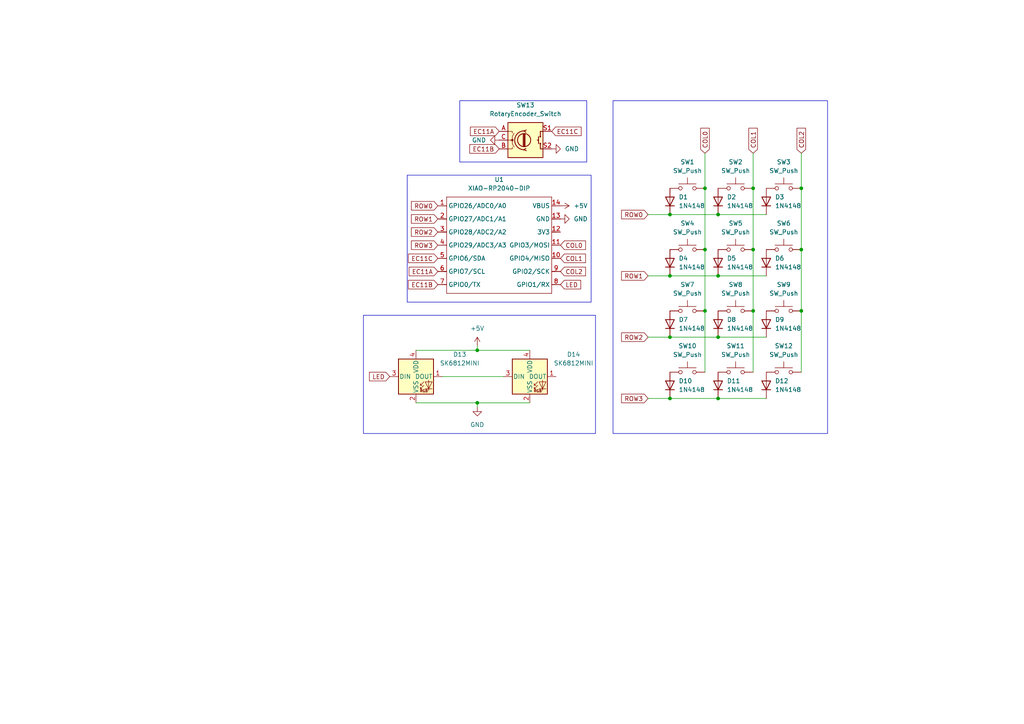
<source format=kicad_sch>
(kicad_sch (version 20250114) (generator "eeschema") (generator_version "9.0")
  (paper "A4")
  (title_block (title "Lewie's MacroPad"))
  (lib_symbols
    (symbol "Device:RotaryEncoder_Switch" (pin_names (offset 0.254) (hide yes))
      (property "Reference" "SW" (at 0 6.604 0))
      (property "Value" "RotaryEncoder_Switch" (at 0 -6.604 0))
      (symbol "RotaryEncoder_Switch_0_1"
        (rectangle (start -5.08 5.08) (end 5.08 -5.08) (stroke (width 0.254)) (fill (type background)))
        (polyline (pts (xy -5.08 2.54) (xy -3.81 2.54) (xy -3.81 2.032)))
        (polyline (pts (xy -5.08 0) (xy -3.81 0) (xy -3.81 -1.016) (xy -3.302 -2.032)))
        (polyline (pts (xy -5.08 -2.54) (xy -3.81 -2.54) (xy -3.81 -2.032)))
        (polyline (pts (xy -4.318 0) (xy -3.81 0) (xy -3.81 1.016) (xy -3.302 2.032)))
        (circle (center -3.81 0) (radius 0.254) (fill (type outline)))
        (polyline (pts (xy -0.635 -1.778) (xy -0.635 1.778)) (stroke (width 0.254)))
        (circle (center -0.381 0) (radius 1.905) (stroke (width 0.254)))
        (polyline (pts (xy -0.381 -1.778) (xy -0.381 1.778)) (stroke (width 0.254)))
        (arc (start -0.381 -2.794) (mid -3.0988 -0.0635) (end -0.381 2.667) (stroke (width 0.254)))
        (polyline (pts (xy -0.127 1.778) (xy -0.127 -1.778)) (stroke (width 0.254)))
        (polyline (pts (xy 0.254 2.921) (xy -0.508 2.667) (xy 0.127 2.286)) (stroke (width 0.254)))
        (polyline (pts (xy 0.254 -3.048) (xy -0.508 -2.794) (xy 0.127 -2.413)) (stroke (width 0.254)))
        (polyline (pts (xy 3.81 1.016) (xy 3.81 -1.016)) (stroke (width 0.254)))
        (polyline (pts (xy 3.81 0) (xy 3.429 0)) (stroke (width 0.254)))
        (circle (center 4.318 1.016) (radius 0.127) (stroke (width 0.254)))
        (circle (center 4.318 -1.016) (radius 0.127) (stroke (width 0.254)))
        (polyline (pts (xy 5.08 2.54) (xy 4.318 2.54) (xy 4.318 1.016)) (stroke (width 0.254)))
        (polyline (pts (xy 5.08 -2.54) (xy 4.318 -2.54) (xy 4.318 -1.016)) (stroke (width 0.254)))
      )
      (symbol "RotaryEncoder_Switch_1_1"
        (pin passive line (at -7.62 2.54 0) (length 2.54) (name "A") (number "A"))
        (pin passive line (at -7.62 0 0) (length 2.54) (name "C") (number "C"))
        (pin passive line (at -7.62 -2.54 0) (length 2.54) (name "B") (number "B"))
        (pin passive line (at 7.62 2.54 180) (length 2.54) (name "S1") (number "S1"))
        (pin passive line (at 7.62 -2.54 180) (length 2.54) (name "S2") (number "S2"))
      )
    )
    (symbol "Diode:1N4148" (pin_numbers (hide yes)) (pin_names (hide yes))
      (property "Reference" "D" (at 0 2.54 0))
      (property "Value" "1N4148" (at 0 -2.54 0))
      (symbol "1N4148_0_1"
        (polyline (pts (xy -1.27 1.27) (xy -1.27 -1.27)) (stroke (width 0.254)))
        (polyline (pts (xy 1.27 1.27) (xy 1.27 -1.27) (xy -1.27 0) (xy 1.27 1.27)) (stroke (width 0.254)))
        (polyline (pts (xy 1.27 0) (xy -1.27 0)))
      )
      (symbol "1N4148_1_1"
        (pin passive line (at -3.81 0 0) (length 2.54) (name "K") (number "1"))
        (pin passive line (at 3.81 0 180) (length 2.54) (name "A") (number "2"))
      )
    )
    (symbol "LED:SK6812MINI" (pin_names (offset 0.254))
      (property "Reference" "D" (at 5.08 5.715 0))
      (property "Value" "SK6812MINI" (at 1.27 -5.715 0))
      (symbol "SK6812MINI_0_0"
        (text "RGB" (at 2.286 -4.191 0) (effects (font (size 0.762 0.762))))
      )
      (symbol "SK6812MINI_0_1"
        (polyline (pts (xy 1.27 -2.54) (xy 1.778 -2.54)))
        (polyline (pts (xy 1.27 -3.556) (xy 1.778 -3.556)))
        (polyline (pts (xy 2.286 -1.524) (xy 1.27 -2.54) (xy 1.27 -2.032)))
        (polyline (pts (xy 2.286 -2.54) (xy 1.27 -3.556) (xy 1.27 -3.048)))
        (polyline (pts (xy 3.683 -1.016) (xy 3.683 -3.556) (xy 3.683 -4.064)))
        (polyline (pts (xy 4.699 -1.524) (xy 2.667 -1.524) (xy 3.683 -3.556) (xy 4.699 -1.524)))
        (polyline (pts (xy 4.699 -3.556) (xy 2.667 -3.556)))
        (rectangle (start 5.08 5.08) (end -5.08 -5.08) (stroke (width 0.254)) (fill (type background)))
      )
      (symbol "SK6812MINI_1_1"
        (pin input line (at -7.62 0 0) (length 2.54) (name "DIN") (number "3"))
        (pin power_in line (at 0 7.62 270) (length 2.54) (name "VDD") (number "4"))
        (pin power_in line (at 0 -7.62 90) (length 2.54) (name "VSS") (number "2"))
        (pin output line (at 7.62 0 180) (length 2.54) (name "DOUT") (number "1"))
      )
    )
    (symbol "Seeed_Studio_XIAO_Series:XIAO-RP2040-DIP"
      (property "Reference" "U" (at 0 0 0))
      (property "Value" "XIAO-RP2040-DIP" (at 5.334 -1.778 0))
      (symbol "XIAO-RP2040-DIP_1_0"
        (polyline (pts (xy -1.27 -2.54) (xy 29.21 -2.54)) (stroke (width 0.1524)))
        (polyline (pts (xy -1.27 -5.08) (xy -2.54 -5.08)) (stroke (width 0.1524)))
        (polyline (pts (xy -1.27 -5.08) (xy -1.27 -2.54)) (stroke (width 0.1524)))
        (polyline (pts (xy -1.27 -8.89) (xy -2.54 -8.89)) (stroke (width 0.1524)))
        (polyline (pts (xy -1.27 -8.89) (xy -1.27 -5.08)) (stroke (width 0.1524)))
        (polyline (pts (xy -1.27 -12.7) (xy -2.54 -12.7)) (stroke (width 0.1524)))
        (polyline (pts (xy -1.27 -12.7) (xy -1.27 -8.89)) (stroke (width 0.1524)))
        (polyline (pts (xy -1.27 -16.51) (xy -2.54 -16.51)) (stroke (width 0.1524)))
        (polyline (pts (xy -1.27 -16.51) (xy -1.27 -12.7)) (stroke (width 0.1524)))
        (polyline (pts (xy -1.27 -20.32) (xy -2.54 -20.32)) (stroke (width 0.1524)))
        (polyline (pts (xy -1.27 -24.13) (xy -2.54 -24.13)) (stroke (width 0.1524)))
        (polyline (pts (xy -1.27 -27.94) (xy -2.54 -27.94)) (stroke (width 0.1524)))
        (polyline (pts (xy -1.27 -30.48) (xy -1.27 -16.51)) (stroke (width 0.1524)))
        (polyline (pts (xy 29.21 -2.54) (xy 29.21 -5.08)) (stroke (width 0.1524)))
        (polyline (pts (xy 29.21 -5.08) (xy 29.21 -8.89)) (stroke (width 0.1524)))
        (polyline (pts (xy 29.21 -8.89) (xy 29.21 -12.7)) (stroke (width 0.1524)))
        (polyline (pts (xy 29.21 -12.7) (xy 29.21 -30.48)) (stroke (width 0.1524)))
        (polyline (pts (xy 29.21 -30.48) (xy -1.27 -30.48)) (stroke (width 0.1524)))
        (polyline (pts (xy 30.48 -5.08) (xy 29.21 -5.08)) (stroke (width 0.1524)))
        (polyline (pts (xy 30.48 -8.89) (xy 29.21 -8.89)) (stroke (width 0.1524)))
        (polyline (pts (xy 30.48 -12.7) (xy 29.21 -12.7)) (stroke (width 0.1524)))
        (polyline (pts (xy 30.48 -16.51) (xy 29.21 -16.51)) (stroke (width 0.1524)))
        (polyline (pts (xy 30.48 -20.32) (xy 29.21 -20.32)) (stroke (width 0.1524)))
        (polyline (pts (xy 30.48 -24.13) (xy 29.21 -24.13)) (stroke (width 0.1524)))
        (polyline (pts (xy 30.48 -27.94) (xy 29.21 -27.94)) (stroke (width 0.1524)))
        (pin passive line (at -3.81 -5.08 0) (length 2.54) (name "GPIO26/ADC0/A0") (number "1"))
        (pin passive line (at -3.81 -8.89 0) (length 2.54) (name "GPIO27/ADC1/A1") (number "2"))
        (pin passive line (at -3.81 -12.7 0) (length 2.54) (name "GPIO28/ADC2/A2") (number "3"))
        (pin passive line (at -3.81 -16.51 0) (length 2.54) (name "GPIO29/ADC3/A3") (number "4"))
        (pin passive line (at -3.81 -20.32 0) (length 2.54) (name "GPIO6/SDA") (number "5"))
        (pin passive line (at -3.81 -24.13 0) (length 2.54) (name "GPIO7/SCL") (number "6"))
        (pin passive line (at -3.81 -27.94 0) (length 2.54) (name "GPIO0/TX") (number "7"))
        (pin passive line (at 31.75 -5.08 180) (length 2.54) (name "VBUS") (number "14"))
        (pin passive line (at 31.75 -8.89 180) (length 2.54) (name "GND") (number "13"))
        (pin passive line (at 31.75 -12.7 180) (length 2.54) (name "3V3") (number "12"))
        (pin passive line (at 31.75 -16.51 180) (length 2.54) (name "GPIO3/MOSI") (number "11"))
        (pin passive line (at 31.75 -20.32 180) (length 2.54) (name "GPIO4/MISO") (number "10"))
        (pin passive line (at 31.75 -24.13 180) (length 2.54) (name "GPIO2/SCK") (number "9"))
        (pin passive line (at 31.75 -27.94 180) (length 2.54) (name "GPIO1/RX") (number "8"))
      )
    )
    (symbol "Switch:SW_Push" (pin_numbers (hide yes)) (pin_names (offset 1.016) (hide yes))
      (property "Reference" "SW" (at 1.27 2.54 0))
      (property "Value" "SW_Push" (at 0 -1.524 0))
      (symbol "SW_Push_0_1"
        (circle (center -2.032 0) (radius 0.508))
        (polyline (pts (xy 0 1.27) (xy 0 3.048)))
        (circle (center 2.032 0) (radius 0.508))
        (polyline (pts (xy 2.54 1.27) (xy -2.54 1.27)))
        (pin passive line (at -5.08 0 0) (length 2.54) (name "1") (number "1"))
        (pin passive line (at 5.08 0 180) (length 2.54) (name "2") (number "2"))
      )
    )
    (symbol "power:+5V" (power) (pin_numbers (hide yes)) (pin_names (offset 0) (hide yes))
      (property "Value" "+5V" (at 0 3.556 0))
      (symbol "+5V_0_1"
        (polyline (pts (xy -0.762 1.27) (xy 0 2.54)))
        (polyline (pts (xy 0 2.54) (xy 0.762 1.27)))
        (polyline (pts (xy 0 0) (xy 0 2.54)))
      )
      (symbol "+5V_1_1"
        (pin power_in line (at 0 0 90) (length 0) (name "~") (number "1"))
      )
    )
    (symbol "power:GND" (power) (pin_numbers (hide yes)) (pin_names (offset 0) (hide yes))
      (property "Value" "GND" (at 0 -3.81 0))
      (symbol "GND_0_1"
        (polyline (pts (xy 0 0) (xy 0 -1.27) (xy 1.27 -1.27) (xy 0 -2.54) (xy -1.27 -1.27) (xy 0 -1.27)))
      )
      (symbol "GND_1_1"
        (pin power_in line (at 0 0 270) (length 0) (name "~") (number "1"))
      )
    )
  )
  (rectangle (start 118.11 50.8) (end 171.45 87.63))
  (rectangle (start 105.41 91.44) (end 172.72 125.73))
  (rectangle (start 177.8 29.21) (end 240.03 125.73))
  (rectangle (start 133.35 29.21) (end 170.18 46.99))
  (junction (at 208.28 97.79))
  (junction (at 232.41 72.39))
  (junction (at 194.31 115.57))
  (junction (at 194.31 97.79))
  (junction (at 138.43 101.6))
  (junction (at 232.41 54.61))
  (junction (at 204.47 72.39))
  (junction (at 208.28 62.23))
  (junction (at 218.44 72.39))
  (junction (at 218.44 54.61))
  (junction (at 208.28 115.57))
  (junction (at 204.47 54.61))
  (junction (at 218.44 90.17))
  (junction (at 208.28 80.01))
  (junction (at 232.41 90.17))
  (junction (at 204.47 90.17))
  (junction (at 194.31 62.23))
  (junction (at 194.31 80.01))
  (junction (at 138.43 116.84))
  (wire (pts (xy 218.44 90.17) (xy 218.44 107.95)))
  (wire (pts (xy 218.44 72.39) (xy 218.44 90.17)))
  (wire (pts (xy 138.43 118.11) (xy 138.43 116.84)))
  (wire (pts (xy 187.96 62.23) (xy 194.31 62.23)))
  (wire (pts (xy 138.43 116.84) (xy 153.67 116.84)))
  (wire (pts (xy 194.31 97.79) (xy 208.28 97.79)))
  (wire (pts (xy 204.47 44.45) (xy 204.47 54.61)))
  (wire (pts (xy 187.96 115.57) (xy 194.31 115.57)))
  (wire (pts (xy 232.41 54.61) (xy 232.41 72.39)))
  (wire (pts (xy 204.47 54.61) (xy 204.47 72.39)))
  (wire (pts (xy 232.41 44.45) (xy 232.41 54.61)))
  (wire (pts (xy 204.47 72.39) (xy 204.47 90.17)))
  (wire (pts (xy 187.96 97.79) (xy 194.31 97.79)))
  (wire (pts (xy 194.31 62.23) (xy 208.28 62.23)))
  (wire (pts (xy 232.41 72.39) (xy 232.41 90.17)))
  (wire (pts (xy 208.28 62.23) (xy 222.25 62.23)))
  (wire (pts (xy 208.28 115.57) (xy 222.25 115.57)))
  (wire (pts (xy 120.65 116.84) (xy 138.43 116.84)))
  (wire (pts (xy 218.44 44.45) (xy 218.44 54.61)))
  (wire (pts (xy 204.47 90.17) (xy 204.47 107.95)))
  (wire (pts (xy 138.43 101.6) (xy 153.67 101.6)))
  (wire (pts (xy 194.31 80.01) (xy 208.28 80.01)))
  (wire (pts (xy 138.43 100.33) (xy 138.43 101.6)))
  (wire (pts (xy 208.28 80.01) (xy 222.25 80.01)))
  (wire (pts (xy 208.28 97.79) (xy 222.25 97.79)))
  (wire (pts (xy 232.41 90.17) (xy 232.41 107.95)))
  (wire (pts (xy 218.44 54.61) (xy 218.44 72.39)))
  (wire (pts (xy 128.27 109.22) (xy 146.05 109.22)))
  (wire (pts (xy 187.96 80.01) (xy 194.31 80.01)))
  (wire (pts (xy 120.65 101.6) (xy 138.43 101.6)))
  (wire (pts (xy 194.31 115.57) (xy 208.28 115.57)))
  (global_label "ROW3" (shape input) (at 187.96 115.57 180) (property "Intersheetrefs" "${INTERSHEET_REFS}" (effects (hide yes))))
  (global_label "LED" (shape input) (at 113.03 109.22 180) (property "Intersheetrefs" "${INTERSHEET_REFS}" (effects (hide yes))))
  (global_label "ROW0" (shape input) (at 187.96 62.23 180) (property "Intersheetrefs" "${INTERSHEET_REFS}" (effects (hide yes))))
  (global_label "ROW2" (shape input) (at 127 67.31 180) (property "Intersheetrefs" "${INTERSHEET_REFS}" (effects (hide yes))))
  (global_label "EC11B" (shape input) (at 144.78 43.18 180) (property "Intersheetrefs" "${INTERSHEET_REFS}" (effects (hide yes))))
  (global_label "COL1" (shape input) (at 218.44 44.45 90) (property "Intersheetrefs" "${INTERSHEET_REFS}" (effects (hide yes))))
  (global_label "COL0" (shape input) (at 204.47 44.45 90) (property "Intersheetrefs" "${INTERSHEET_REFS}" (effects (hide yes))))
  (global_label "EC11B" (shape input) (at 127 82.55 180) (property "Intersheetrefs" "${INTERSHEET_REFS}" (effects (hide yes))))
  (global_label "ROW1" (shape input) (at 187.96 80.01 180) (property "Intersheetrefs" "${INTERSHEET_REFS}" (effects (hide yes))))
  (global_label "COL2" (shape input) (at 162.56 78.74 0) (property "Intersheetrefs" "${INTERSHEET_REFS}" (effects (hide yes))))
  (global_label "COL2" (shape input) (at 232.41 44.45 90) (property "Intersheetrefs" "${INTERSHEET_REFS}" (effects (hide yes))))
  (global_label "COL1" (shape input) (at 162.56 74.93 0) (property "Intersheetrefs" "${INTERSHEET_REFS}" (effects (hide yes))))
  (global_label "ROW2" (shape input) (at 187.96 97.79 180) (property "Intersheetrefs" "${INTERSHEET_REFS}" (effects (hide yes))))
  (global_label "EC11A" (shape input) (at 127 78.74 180) (property "Intersheetrefs" "${INTERSHEET_REFS}" (effects (hide yes))))
  (global_label "COL0" (shape input) (at 162.56 71.12 0) (property "Intersheetrefs" "${INTERSHEET_REFS}" (effects (hide yes))))
  (global_label "EC11C" (shape input) (at 127 74.93 180) (property "Intersheetrefs" "${INTERSHEET_REFS}" (effects (hide yes))))
  (global_label "ROW1" (shape input) (at 127 63.5 180) (property "Intersheetrefs" "${INTERSHEET_REFS}" (effects (hide yes))))
  (global_label "ROW3" (shape input) (at 127 71.12 180) (property "Intersheetrefs" "${INTERSHEET_REFS}" (effects (hide yes))))
  (global_label "LED" (shape input) (at 162.56 82.55 0) (property "Intersheetrefs" "${INTERSHEET_REFS}" (effects (hide yes))))
  (global_label "EC11C" (shape input) (at 160.02 38.1 0) (property "Intersheetrefs" "${INTERSHEET_REFS}" (effects (hide yes))))
  (global_label "EC11A" (shape input) (at 144.78 38.1 180) (property "Intersheetrefs" "${INTERSHEET_REFS}" (effects (hide yes))))
  (global_label "ROW0" (shape input) (at 127 59.69 180) (property "Intersheetrefs" "${INTERSHEET_REFS}" (effects (hide yes))))
  (symbol (lib_id "Switch:SW_Push") (at 213.36 90.17 0) (unit 1)
    (property "Reference" "SW8" (at 213.36 82.55 0))
    (property "Value" "SW_Push" (at 213.36 85.09 0))
    (property "Footprint" "Button_Switch_Keyboard:SW_Cherry_MX_1.00u_PCB" (effects (hide yes)))
    (property "Description" "Push button switch, generic, two pins" (effects (hide yes)))
  )
  (symbol (lib_id "LED:SK6812MINI") (at 153.67 109.22 0) (unit 1)
    (property "Reference" "D14" (at 166.37 102.7998 0))
    (property "Value" "SK6812MINI" (at 166.37 105.3398 0))
    (property "Footprint" "LED_SMD:LED_SK6812MINI_PLCC4_3.5x3.5mm_P1.75mm" (effects (hide yes)))
    (property "Datasheet" "https://cdn-shop.adafruit.com/product-files/2686/SK6812MINI_REV.01-1-2.pdf" (effects (hide yes)))
    (property "Description" "RGB LED with integrated controller" (effects (hide yes)))
  )
  (symbol (lib_id "power:GND") (at 160.02 43.18 90) (unit 1)
    (property "Reference" "#PWR08" (effects (hide yes)))
    (property "Value" "GND" (at 163.83 43.1799 90) (effects (justify right)))
    (property "Description" "Power symbol creates a global label with name \"GND\" , ground" (effects (hide yes)))
  )
  (symbol (lib_id "Device:RotaryEncoder_Switch") (at 152.4 40.64 0) (unit 1)
    (property "Reference" "SW13" (at 152.4 30.48 0))
    (property "Value" "RotaryEncoder_Switch" (at 152.4 33.02 0))
    (property "Footprint" "Rotary_Encoder:RotaryEncoder_Alps_EC11E-Switch_Vertical_H20mm" (effects (hide yes)))
    (property "Description" "Rotary encoder, dual channel, incremental quadrate outputs, with switch" (effects (hide yes)))
  )
  (symbol (lib_id "Switch:SW_Push") (at 227.33 54.61 0) (unit 1)
    (property "Reference" "SW3" (at 227.33 46.99 0))
    (property "Value" "SW_Push" (at 227.33 49.53 0))
    (property "Footprint" "Button_Switch_Keyboard:SW_Cherry_MX_1.00u_PCB" (effects (hide yes)))
    (property "Description" "Push button switch, generic, two pins" (effects (hide yes)))
  )
  (symbol (lib_id "Diode:1N4148") (at 208.28 93.98 90) (unit 1)
    (property "Reference" "D8" (at 210.82 92.7099 90) (effects (justify right)))
    (property "Value" "1N4148" (at 210.82 95.2499 90) (effects (justify right)))
    (property "Footprint" "Diode_THT:D_DO-35_SOD27_P7.62mm_Horizontal" (effects (hide yes)))
    (property "Datasheet" "https://assets.nexperia.com/documents/data-sheet/1N4148_1N4448.pdf" (effects (hide yes)))
    (property "Description" "100V 0.15A standard switching diode, DO-35" (effects (hide yes)))
    (property "Sim.Device" "D" (effects (hide yes)))
    (property "Sim.Pins" "1=K 2=A" (effects (hide yes)))
  )
  (symbol (lib_id "Diode:1N4148") (at 208.28 111.76 90) (unit 1)
    (property "Reference" "D11" (at 210.82 110.4899 90) (effects (justify right)))
    (property "Value" "1N4148" (at 210.82 113.0299 90) (effects (justify right)))
    (property "Footprint" "Diode_THT:D_DO-35_SOD27_P7.62mm_Horizontal" (effects (hide yes)))
    (property "Datasheet" "https://assets.nexperia.com/documents/data-sheet/1N4148_1N4448.pdf" (effects (hide yes)))
    (property "Description" "100V 0.15A standard switching diode, DO-35" (effects (hide yes)))
    (property "Sim.Device" "D" (effects (hide yes)))
    (property "Sim.Pins" "1=K 2=A" (effects (hide yes)))
  )
  (symbol (lib_id "Diode:1N4148") (at 208.28 58.42 90) (unit 1)
    (property "Reference" "D2" (at 210.82 57.1499 90) (effects (justify right)))
    (property "Value" "1N4148" (at 210.82 59.6899 90) (effects (justify right)))
    (property "Footprint" "Diode_THT:D_DO-35_SOD27_P7.62mm_Horizontal" (effects (hide yes)))
    (property "Datasheet" "https://assets.nexperia.com/documents/data-sheet/1N4148_1N4448.pdf" (effects (hide yes)))
    (property "Description" "100V 0.15A standard switching diode, DO-35" (effects (hide yes)))
    (property "Sim.Device" "D" (effects (hide yes)))
    (property "Sim.Pins" "1=K 2=A" (effects (hide yes)))
  )
  (symbol (lib_id "Switch:SW_Push") (at 227.33 72.39 0) (unit 1)
    (property "Reference" "SW6" (at 227.33 64.77 0))
    (property "Value" "SW_Push" (at 227.33 67.31 0))
    (property "Footprint" "Button_Switch_Keyboard:SW_Cherry_MX_1.00u_PCB" (effects (hide yes)))
    (property "Description" "Push button switch, generic, two pins" (effects (hide yes)))
  )
  (symbol (lib_id "Switch:SW_Push") (at 227.33 107.95 0) (unit 1)
    (property "Reference" "SW12" (at 227.33 100.33 0))
    (property "Value" "SW_Push" (at 227.33 102.87 0))
    (property "Footprint" "Button_Switch_Keyboard:SW_Cherry_MX_1.00u_PCB" (effects (hide yes)))
    (property "Description" "Push button switch, generic, two pins" (effects (hide yes)))
  )
  (symbol (lib_id "power:+5V") (at 162.56 59.69 270) (unit 1)
    (property "Reference" "#PWR01" (effects (hide yes)))
    (property "Value" "+5V" (at 166.37 59.6899 90) (effects (justify left)))
    (property "Description" "Power symbol creates a global label with name \"+5V\"" (effects (hide yes)))
  )
  (symbol (lib_id "Switch:SW_Push") (at 213.36 107.95 0) (unit 1)
    (property "Reference" "SW11" (at 213.36 100.33 0))
    (property "Value" "SW_Push" (at 213.36 102.87 0))
    (property "Footprint" "Button_Switch_Keyboard:SW_Cherry_MX_1.00u_PCB" (effects (hide yes)))
    (property "Description" "Push button switch, generic, two pins" (effects (hide yes)))
  )
  (symbol (lib_id "power:GND") (at 162.56 63.5 90) (unit 1)
    (property "Reference" "#PWR02" (effects (hide yes)))
    (property "Value" "GND" (at 166.37 63.4999 90) (effects (justify right)))
    (property "Description" "Power symbol creates a global label with name \"GND\" , ground" (effects (hide yes)))
  )
  (symbol (lib_id "Diode:1N4148") (at 222.25 93.98 90) (unit 1)
    (property "Reference" "D9" (at 224.79 92.7099 90) (effects (justify right)))
    (property "Value" "1N4148" (at 224.79 95.2499 90) (effects (justify right)))
    (property "Footprint" "Diode_THT:D_DO-35_SOD27_P7.62mm_Horizontal" (effects (hide yes)))
    (property "Datasheet" "https://assets.nexperia.com/documents/data-sheet/1N4148_1N4448.pdf" (effects (hide yes)))
    (property "Description" "100V 0.15A standard switching diode, DO-35" (effects (hide yes)))
    (property "Sim.Device" "D" (effects (hide yes)))
    (property "Sim.Pins" "1=K 2=A" (effects (hide yes)))
  )
  (symbol (lib_id "Diode:1N4148") (at 222.25 76.2 90) (unit 1)
    (property "Reference" "D6" (at 224.79 74.9299 90) (effects (justify right)))
    (property "Value" "1N4148" (at 224.79 77.4699 90) (effects (justify right)))
    (property "Footprint" "Diode_THT:D_DO-35_SOD27_P7.62mm_Horizontal" (effects (hide yes)))
    (property "Datasheet" "https://assets.nexperia.com/documents/data-sheet/1N4148_1N4448.pdf" (effects (hide yes)))
    (property "Description" "100V 0.15A standard switching diode, DO-35" (effects (hide yes)))
    (property "Sim.Device" "D" (effects (hide yes)))
    (property "Sim.Pins" "1=K 2=A" (effects (hide yes)))
  )
  (symbol (lib_id "Diode:1N4148") (at 222.25 111.76 90) (unit 1)
    (property "Reference" "D12" (at 224.79 110.4899 90) (effects (justify right)))
    (property "Value" "1N4148" (at 224.79 113.0299 90) (effects (justify right)))
    (property "Footprint" "Diode_THT:D_DO-35_SOD27_P7.62mm_Horizontal" (effects (hide yes)))
    (property "Datasheet" "https://assets.nexperia.com/documents/data-sheet/1N4148_1N4448.pdf" (effects (hide yes)))
    (property "Description" "100V 0.15A standard switching diode, DO-35" (effects (hide yes)))
    (property "Sim.Device" "D" (effects (hide yes)))
    (property "Sim.Pins" "1=K 2=A" (effects (hide yes)))
  )
  (symbol (lib_id "power:+5V") (at 138.43 100.33 0) (unit 1)
    (property "Reference" "#PWR03" (effects (hide yes)))
    (property "Value" "+5V" (at 138.43 95.25 0))
    (property "Description" "Power symbol creates a global label with name \"+5V\"" (effects (hide yes)))
  )
  (symbol (lib_id "Diode:1N4148") (at 194.31 58.42 90) (unit 1)
    (property "Reference" "D1" (at 196.85 57.1499 90) (effects (justify right)))
    (property "Value" "1N4148" (at 196.85 59.6899 90) (effects (justify right)))
    (property "Footprint" "Diode_THT:D_DO-35_SOD27_P7.62mm_Horizontal" (effects (hide yes)))
    (property "Datasheet" "https://assets.nexperia.com/documents/data-sheet/1N4148_1N4448.pdf" (effects (hide yes)))
    (property "Description" "100V 0.15A standard switching diode, DO-35" (effects (hide yes)))
    (property "Sim.Device" "D" (effects (hide yes)))
    (property "Sim.Pins" "1=K 2=A" (effects (hide yes)))
  )
  (symbol (lib_id "Switch:SW_Push") (at 199.39 72.39 0) (unit 1)
    (property "Reference" "SW4" (at 199.39 64.77 0))
    (property "Value" "SW_Push" (at 199.39 67.31 0))
    (property "Footprint" "Button_Switch_Keyboard:SW_Cherry_MX_1.00u_PCB" (effects (hide yes)))
    (property "Description" "Push button switch, generic, two pins" (effects (hide yes)))
  )
  (symbol (lib_id "Switch:SW_Push") (at 199.39 107.95 0) (unit 1)
    (property "Reference" "SW10" (at 199.39 100.33 0))
    (property "Value" "SW_Push" (at 199.39 102.87 0))
    (property "Footprint" "Button_Switch_Keyboard:SW_Cherry_MX_1.00u_PCB" (effects (hide yes)))
    (property "Description" "Push button switch, generic, two pins" (effects (hide yes)))
  )
  (symbol (lib_id "power:GND") (at 138.43 118.11 0) (unit 1)
    (property "Reference" "#PWR04" (effects (hide yes)))
    (property "Value" "GND" (at 138.43 123.19 0))
    (property "Description" "Power symbol creates a global label with name \"GND\" , ground" (effects (hide yes)))
  )
  (symbol (lib_id "Diode:1N4148") (at 194.31 76.2 90) (unit 1)
    (property "Reference" "D4" (at 196.85 74.9299 90) (effects (justify right)))
    (property "Value" "1N4148" (at 196.85 77.4699 90) (effects (justify right)))
    (property "Footprint" "Diode_THT:D_DO-35_SOD27_P7.62mm_Horizontal" (effects (hide yes)))
    (property "Datasheet" "https://assets.nexperia.com/documents/data-sheet/1N4148_1N4448.pdf" (effects (hide yes)))
    (property "Description" "100V 0.15A standard switching diode, DO-35" (effects (hide yes)))
    (property "Sim.Device" "D" (effects (hide yes)))
    (property "Sim.Pins" "1=K 2=A" (effects (hide yes)))
  )
  (symbol (lib_id "Switch:SW_Push") (at 213.36 72.39 0) (unit 1)
    (property "Reference" "SW5" (at 213.36 64.77 0))
    (property "Value" "SW_Push" (at 213.36 67.31 0))
    (property "Footprint" "Button_Switch_Keyboard:SW_Cherry_MX_1.00u_PCB" (effects (hide yes)))
    (property "Description" "Push button switch, generic, two pins" (effects (hide yes)))
  )
  (symbol (lib_id "Diode:1N4148") (at 194.31 111.76 90) (unit 1)
    (property "Reference" "D10" (at 196.85 110.4899 90) (effects (justify right)))
    (property "Value" "1N4148" (at 196.85 113.0299 90) (effects (justify right)))
    (property "Footprint" "Diode_THT:D_DO-35_SOD27_P7.62mm_Horizontal" (effects (hide yes)))
    (property "Datasheet" "https://assets.nexperia.com/documents/data-sheet/1N4148_1N4448.pdf" (effects (hide yes)))
    (property "Description" "100V 0.15A standard switching diode, DO-35" (effects (hide yes)))
    (property "Sim.Device" "D" (effects (hide yes)))
    (property "Sim.Pins" "1=K 2=A" (effects (hide yes)))
  )
  (symbol (lib_id "Switch:SW_Push") (at 199.39 54.61 0) (unit 1)
    (property "Reference" "SW1" (at 199.39 46.99 0))
    (property "Value" "SW_Push" (at 199.39 49.53 0))
    (property "Footprint" "Button_Switch_Keyboard:SW_Cherry_MX_1.00u_PCB" (effects (hide yes)))
    (property "Description" "Push button switch, generic, two pins" (effects (hide yes)))
  )
  (symbol (lib_id "Seeed_Studio_XIAO_Series:XIAO-RP2040-DIP") (at 130.81 54.61 0) (unit 1)
    (property "Reference" "U1" (at 144.78 52.07 0))
    (property "Value" "XIAO-RP2040-DIP" (at 144.78 54.61 0))
    (property "Footprint" "Seeed Studio XIAO Series Library:XIAO-RP2040-DIP" (effects (hide yes)))
  )
  (symbol (lib_id "Diode:1N4148") (at 208.28 76.2 90) (unit 1)
    (property "Reference" "D5" (at 210.82 74.9299 90) (effects (justify right)))
    (property "Value" "1N4148" (at 210.82 77.4699 90) (effects (justify right)))
    (property "Footprint" "Diode_THT:D_DO-35_SOD27_P7.62mm_Horizontal" (effects (hide yes)))
    (property "Datasheet" "https://assets.nexperia.com/documents/data-sheet/1N4148_1N4448.pdf" (effects (hide yes)))
    (property "Description" "100V 0.15A standard switching diode, DO-35" (effects (hide yes)))
    (property "Sim.Device" "D" (effects (hide yes)))
    (property "Sim.Pins" "1=K 2=A" (effects (hide yes)))
  )
  (symbol (lib_id "LED:SK6812MINI") (at 120.65 109.22 0) (unit 1)
    (property "Reference" "D13" (at 133.35 102.7998 0))
    (property "Value" "SK6812MINI" (at 133.35 105.3398 0))
    (property "Footprint" "LED_SMD:LED_SK6812MINI_PLCC4_3.5x3.5mm_P1.75mm" (effects (hide yes)))
    (property "Datasheet" "https://cdn-shop.adafruit.com/product-files/2686/SK6812MINI_REV.01-1-2.pdf" (effects (hide yes)))
    (property "Description" "RGB LED with integrated controller" (effects (hide yes)))
  )
  (symbol (lib_id "Diode:1N4148") (at 222.25 58.42 90) (unit 1)
    (property "Reference" "D3" (at 224.79 57.1499 90) (effects (justify right)))
    (property "Value" "1N4148" (at 224.79 59.6899 90) (effects (justify right)))
    (property "Footprint" "Diode_THT:D_DO-35_SOD27_P7.62mm_Horizontal" (effects (hide yes)))
    (property "Datasheet" "https://assets.nexperia.com/documents/data-sheet/1N4148_1N4448.pdf" (effects (hide yes)))
    (property "Description" "100V 0.15A standard switching diode, DO-35" (effects (hide yes)))
    (property "Sim.Device" "D" (effects (hide yes)))
    (property "Sim.Pins" "1=K 2=A" (effects (hide yes)))
  )
  (symbol (lib_id "Diode:1N4148") (at 194.31 93.98 90) (unit 1)
    (property "Reference" "D7" (at 196.85 92.7099 90) (effects (justify right)))
    (property "Value" "1N4148" (at 196.85 95.2499 90) (effects (justify right)))
    (property "Footprint" "Diode_THT:D_DO-35_SOD27_P7.62mm_Horizontal" (effects (hide yes)))
    (property "Datasheet" "https://assets.nexperia.com/documents/data-sheet/1N4148_1N4448.pdf" (effects (hide yes)))
    (property "Description" "100V 0.15A standard switching diode, DO-35" (effects (hide yes)))
    (property "Sim.Device" "D" (effects (hide yes)))
    (property "Sim.Pins" "1=K 2=A" (effects (hide yes)))
  )
  (symbol (lib_id "Switch:SW_Push") (at 213.36 54.61 0) (unit 1)
    (property "Reference" "SW2" (at 213.36 46.99 0))
    (property "Value" "SW_Push" (at 213.36 49.53 0))
    (property "Footprint" "Button_Switch_Keyboard:SW_Cherry_MX_1.00u_PCB" (effects (hide yes)))
    (property "Description" "Push button switch, generic, two pins" (effects (hide yes)))
  )
  (symbol (lib_id "Switch:SW_Push") (at 199.39 90.17 0) (unit 1)
    (property "Reference" "SW7" (at 199.39 82.55 0))
    (property "Value" "SW_Push" (at 199.39 85.09 0))
    (property "Footprint" "Button_Switch_Keyboard:SW_Cherry_MX_1.00u_PCB" (effects (hide yes)))
    (property "Description" "Push button switch, generic, two pins" (effects (hide yes)))
  )
  (symbol (lib_id "power:GND") (at 144.78 40.64 270) (unit 1)
    (property "Reference" "#PWR07" (effects (hide yes)))
    (property "Value" "GND" (at 140.97 40.6399 90) (effects (justify right)))
    (property "Description" "Power symbol creates a global label with name \"GND\" , ground" (effects (hide yes)))
  )
  (symbol (lib_id "Switch:SW_Push") (at 227.33 90.17 0) (unit 1)
    (property "Reference" "SW9" (at 227.33 82.55 0))
    (property "Value" "SW_Push" (at 227.33 85.09 0))
    (property "Footprint" "Button_Switch_Keyboard:SW_Cherry_MX_1.00u_PCB" (effects (hide yes)))
    (property "Description" "Push button switch, generic, two pins" (effects (hide yes)))
  )
)
</source>
